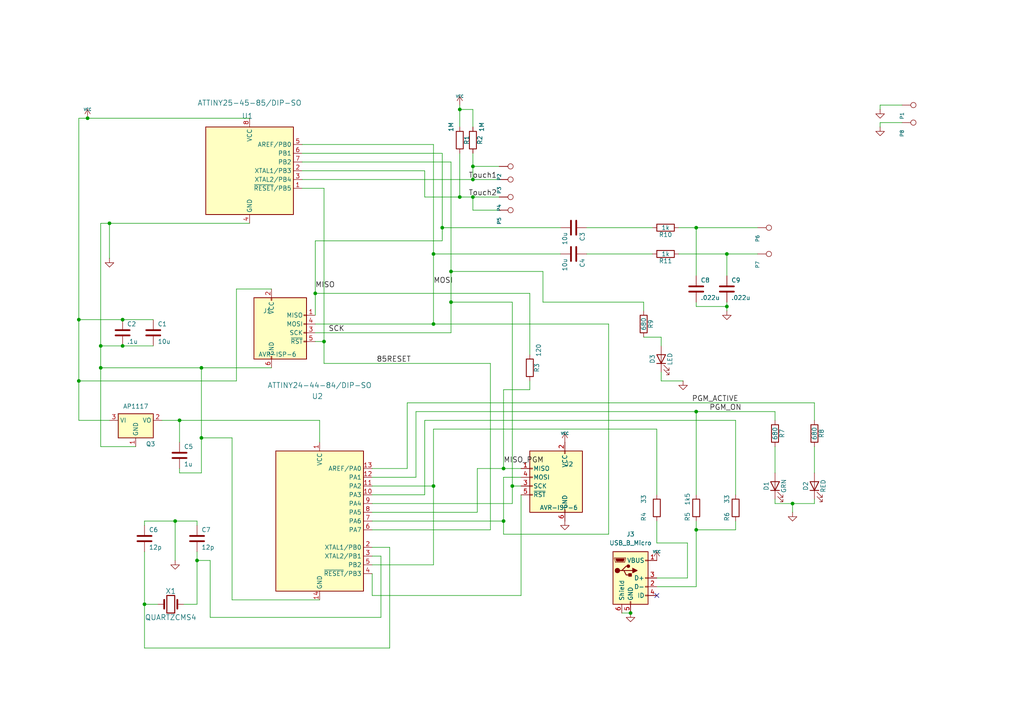
<source format=kicad_sch>
(kicad_sch (version 20231120) (generator "eeschema") (generator_version "8.0")
  (paper "A4")
  (title_block (date "10 dec 2012"))
  (lib_symbols
    (symbol "Connector:AVR-ISP-6" (pin_names (offset 1.016))
      (property "Reference" "J" (at -6.35 11.43 0))
      (property "Value" "AVR-ISP-6" (at 0 11.43 0))
      (symbol "AVR-ISP-6_0_1"
        (rectangle (start -2.667 -6.858) (end -2.413 -7.62))
        (rectangle (start -2.667 10.16) (end -2.413 9.398))
        (rectangle (start 7.62 -2.413) (end 6.858 -2.667))
        (rectangle (start 7.62 0.127) (end 6.858 -0.127))
        (rectangle (start 7.62 2.667) (end 6.858 2.413))
        (rectangle (start 7.62 5.207) (end 6.858 4.953))
        (rectangle (start 7.62 10.16) (end -7.62 -7.62) (stroke (width 0.254)) (fill (type background)))
      )
      (symbol "AVR-ISP-6_1_1"
        (pin passive line (at 10.16 5.08 180) (length 2.54) (name "MISO") (number "1"))
        (pin passive line (at -2.54 12.7 270) (length 2.54) (name "VCC") (number "2"))
        (pin passive line (at 10.16 0 180) (length 2.54) (name "SCK") (number "3"))
        (pin passive line (at 10.16 2.54 180) (length 2.54) (name "MOSI") (number "4"))
        (pin passive line (at 10.16 -2.54 180) (length 2.54) (name "~{RST}") (number "5"))
        (pin passive line (at -2.54 -10.16 90) (length 2.54) (name "GND") (number "6"))
      )
    )
    (symbol "Connector:TestPoint" (pin_numbers hide) (pin_names (offset 0.762) hide)
      (property "Reference" "TP" (at 0 6.858 0))
      (property "Value" "TestPoint" (at 0 5.08 0))
      (symbol "TestPoint_0_1"
        (circle (center 0 3.302) (radius 0.762))
      )
      (symbol "TestPoint_1_1"
        (pin passive line (at 0 0 90) (length 2.54) (name "1") (number "1"))
      )
    )
    (symbol "Connector:USB_B_Micro" (pin_names (offset 1.016))
      (property "Reference" "J" (at -5.08 11.43 0))
      (property "Value" "USB_B_Micro" (at -5.08 8.89 0))
      (symbol "USB_B_Micro_0_1"
        (rectangle (start -5.08 -7.62) (end 5.08 7.62) (stroke (width 0.254)) (fill (type background)))
        (circle (center -3.81 2.159) (radius 0.635) (stroke (width 0.254)) (fill (type outline)))
        (circle (center -0.635 3.429) (radius 0.381) (stroke (width 0.254)) (fill (type outline)))
        (rectangle (start -0.127 -7.62) (end 0.127 -6.858))
        (polyline (pts (xy -1.905 2.159) (xy 0.635 2.159)) (stroke (width 0.254)))
        (polyline (pts (xy -3.175 2.159) (xy -2.54 2.159) (xy -1.27 3.429) (xy -0.635 3.429)) (stroke (width 0.254)))
        (polyline (pts (xy -2.54 2.159) (xy -1.905 2.159) (xy -1.27 0.889) (xy 0 0.889)) (stroke (width 0.254)))
        (polyline (pts (xy 0.635 2.794) (xy 0.635 1.524) (xy 1.905 2.159) (xy 0.635 2.794)) (stroke (width 0.254)) (fill (type outline)))
        (polyline (pts (xy -4.318 5.588) (xy -1.778 5.588) (xy -2.032 4.826) (xy -4.064 4.826) (xy -4.318 5.588)) (fill (type outline)))
        (polyline (pts (xy -4.699 5.842) (xy -4.699 5.588) (xy -4.445 4.826) (xy -4.445 4.572) (xy -1.651 4.572) (xy -1.651 4.826) (xy -1.397 5.588) (xy -1.397 5.842) (xy -4.699 5.842)))
        (rectangle (start 0.254 1.27) (end -0.508 0.508) (stroke (width 0.254)) (fill (type outline)))
        (rectangle (start 5.08 -5.207) (end 4.318 -4.953))
        (rectangle (start 5.08 -2.667) (end 4.318 -2.413))
        (rectangle (start 5.08 -0.127) (end 4.318 0.127))
        (rectangle (start 5.08 4.953) (end 4.318 5.207))
      )
      (symbol "USB_B_Micro_1_1"
        (pin power_out line (at 7.62 5.08 180) (length 2.54) (name "VBUS") (number "1"))
        (pin bidirectional line (at 7.62 -2.54 180) (length 2.54) (name "D-") (number "2"))
        (pin bidirectional line (at 7.62 0 180) (length 2.54) (name "D+") (number "3"))
        (pin passive line (at 7.62 -5.08 180) (length 2.54) (name "ID") (number "4"))
        (pin power_out line (at 0 -10.16 90) (length 2.54) (name "GND") (number "5"))
        (pin passive line (at -2.54 -10.16 90) (length 2.54) (name "Shield") (number "6"))
      )
    )
    (symbol "Device:C" (pin_numbers hide) (pin_names (offset 0.254))
      (property "Reference" "C" (at 0.635 2.54 0))
      (property "Value" "C" (at 0.635 -2.54 0))
      (symbol "C_0_1"
        (polyline (pts (xy -2.032 -0.762) (xy 2.032 -0.762)) (stroke (width 0.508)))
        (polyline (pts (xy -2.032 0.762) (xy 2.032 0.762)) (stroke (width 0.508)))
      )
      (symbol "C_1_1"
        (pin passive line (at 0 3.81 270) (length 2.794) (name "~") (number "1"))
        (pin passive line (at 0 -3.81 90) (length 2.794) (name "~") (number "2"))
      )
    )
    (symbol "Device:Crystal" (pin_numbers hide) (pin_names (offset 1.016) hide)
      (property "Reference" "Y" (at 0 3.81 0))
      (property "Value" "Crystal" (at 0 -3.81 0))
      (symbol "Crystal_0_1"
        (rectangle (start -1.143 2.54) (end 1.143 -2.54) (stroke (width 0.3048)))
        (polyline (pts (xy -2.54 0) (xy -1.905 0)))
        (polyline (pts (xy -1.905 -1.27) (xy -1.905 1.27)) (stroke (width 0.508)))
        (polyline (pts (xy 1.905 -1.27) (xy 1.905 1.27)) (stroke (width 0.508)))
        (polyline (pts (xy 2.54 0) (xy 1.905 0)))
      )
      (symbol "Crystal_1_1"
        (pin passive line (at -3.81 0 0) (length 1.27) (name "1") (number "1"))
        (pin passive line (at 3.81 0 180) (length 1.27) (name "2") (number "2"))
      )
    )
    (symbol "Device:LED" (pin_numbers hide) (pin_names (offset 1.016) hide)
      (property "Reference" "D" (at 0 2.54 0))
      (property "Value" "LED" (at 0 -2.54 0))
      (symbol "LED_0_1"
        (polyline (pts (xy -1.27 -1.27) (xy -1.27 1.27)) (stroke (width 0.254)))
        (polyline (pts (xy -1.27 0) (xy 1.27 0)))
        (polyline (pts (xy 1.27 -1.27) (xy 1.27 1.27) (xy -1.27 0) (xy 1.27 -1.27)) (stroke (width 0.254)))
        (polyline (pts (xy -3.048 -0.762) (xy -4.572 -2.286) (xy -3.81 -2.286) (xy -4.572 -2.286) (xy -4.572 -1.524)))
        (polyline (pts (xy -1.778 -0.762) (xy -3.302 -2.286) (xy -2.54 -2.286) (xy -3.302 -2.286) (xy -3.302 -1.524)))
      )
      (symbol "LED_1_1"
        (pin passive line (at -3.81 0 0) (length 2.54) (name "K") (number "1"))
        (pin passive line (at 3.81 0 180) (length 2.54) (name "A") (number "2"))
      )
    )
    (symbol "Device:R" (pin_numbers hide) (pin_names (offset 0))
      (property "Reference" "R" (at 2.032 0 90))
      (property "Value" "R" (at 0 0 90))
      (symbol "R_0_1"
        (rectangle (start -1.016 -2.54) (end 1.016 2.54) (stroke (width 0.254)))
      )
      (symbol "R_1_1"
        (pin passive line (at 0 3.81 270) (length 1.27) (name "~") (number "1"))
        (pin passive line (at 0 -3.81 90) (length 1.27) (name "~") (number "2"))
      )
    )
    (symbol "MCU_Microchip_ATtiny:ATtiny24-20P"
      (property "Reference" "U" (at -12.7 21.59 0))
      (property "Value" "ATtiny24-20P" (at 2.54 -21.59 0))
      (symbol "ATtiny24-20P_0_1"
        (rectangle (start -12.7 -20.32) (end 12.7 20.32) (stroke (width 0.254)) (fill (type background)))
      )
      (symbol "ATtiny24-20P_1_1"
        (pin power_in line (at 0 22.86 270) (length 2.54) (name "VCC") (number "1"))
        (pin bidirectional line (at 15.24 7.62 180) (length 2.54) (name "PA3") (number "10"))
        (pin bidirectional line (at 15.24 10.16 180) (length 2.54) (name "PA2") (number "11"))
        (pin bidirectional line (at 15.24 12.7 180) (length 2.54) (name "PA1") (number "12"))
        (pin bidirectional line (at 15.24 15.24 180) (length 2.54) (name "AREF/PA0") (number "13"))
        (pin power_in line (at 0 -22.86 90) (length 2.54) (name "GND") (number "14"))
        (pin bidirectional line (at 15.24 -7.62 180) (length 2.54) (name "XTAL1/PB0") (number "2"))
        (pin bidirectional line (at 15.24 -10.16 180) (length 2.54) (name "XTAL2/PB1") (number "3"))
        (pin bidirectional line (at 15.24 -15.24 180) (length 2.54) (name "~{RESET}/PB3") (number "4"))
        (pin bidirectional line (at 15.24 -12.7 180) (length 2.54) (name "PB2") (number "5"))
        (pin bidirectional line (at 15.24 -2.54 180) (length 2.54) (name "PA7") (number "6"))
        (pin bidirectional line (at 15.24 0 180) (length 2.54) (name "PA6") (number "7"))
        (pin bidirectional line (at 15.24 2.54 180) (length 2.54) (name "PA5") (number "8"))
        (pin bidirectional line (at 15.24 5.08 180) (length 2.54) (name "PA4") (number "9"))
      )
    )
    (symbol "MCU_Microchip_ATtiny:ATtiny25-20P"
      (property "Reference" "U" (at -12.7 13.97 0))
      (property "Value" "ATtiny25-20P" (at 2.54 -13.97 0))
      (symbol "ATtiny25-20P_0_1"
        (rectangle (start -12.7 -12.7) (end 12.7 12.7) (stroke (width 0.254)) (fill (type background)))
      )
      (symbol "ATtiny25-20P_1_1"
        (pin bidirectional line (at 15.24 -5.08 180) (length 2.54) (name "~{RESET}/PB5") (number "1"))
        (pin bidirectional line (at 15.24 0 180) (length 2.54) (name "XTAL1/PB3") (number "2"))
        (pin bidirectional line (at 15.24 -2.54 180) (length 2.54) (name "XTAL2/PB4") (number "3"))
        (pin power_in line (at 0 -15.24 90) (length 2.54) (name "GND") (number "4"))
        (pin bidirectional line (at 15.24 7.62 180) (length 2.54) (name "AREF/PB0") (number "5"))
        (pin bidirectional line (at 15.24 5.08 180) (length 2.54) (name "PB1") (number "6"))
        (pin bidirectional line (at 15.24 2.54 180) (length 2.54) (name "PB2") (number "7"))
        (pin power_in line (at 0 15.24 270) (length 2.54) (name "VCC") (number "8"))
      )
    )
    (symbol "Regulator_Linear:AP1117-15"
      (property "Reference" "U" (at -3.81 3.175 0))
      (property "Value" "AP1117-15" (at 0 3.175 0))
      (symbol "AP1117-15_0_1"
        (rectangle (start -5.08 -5.08) (end 5.08 1.905) (stroke (width 0.254)) (fill (type background)))
      )
      (symbol "AP1117-15_1_1"
        (pin power_in line (at 0 -7.62 90) (length 2.54) (name "GND") (number "1"))
        (pin power_out line (at 7.62 0 180) (length 2.54) (name "VO") (number "2"))
        (pin power_in line (at -7.62 0 0) (length 2.54) (name "VI") (number "3"))
      )
    )
    (symbol "power:GND" (power) (pin_numbers hide) (pin_names (offset 0) hide)
      (property "Value" "GND" (at 0 -3.81 0))
      (symbol "GND_0_1"
        (polyline (pts (xy 0 0) (xy 0 -1.27) (xy 1.27 -1.27) (xy 0 -2.54) (xy -1.27 -1.27) (xy 0 -1.27)))
      )
      (symbol "GND_1_1"
        (pin power_in line (at 0 0 270) (length 0) (name "~") (number "1"))
      )
    )
    (symbol "power:VCC" (power) (pin_numbers hide) (pin_names (offset 0) hide)
      (property "Value" "VCC" (at 0 3.556 0))
      (symbol "VCC_0_1"
        (polyline (pts (xy -0.762 1.27) (xy 0 2.54)))
        (polyline (pts (xy 0 0) (xy 0 2.54)))
        (polyline (pts (xy 0 2.54) (xy 0.762 1.27)))
      )
      (symbol "VCC_1_1"
        (pin power_in line (at 0 0 90) (length 0) (name "~") (number "1"))
      )
    )
  )
  (junction (at 58.42 127))
  (junction (at 93.98 99.06))
  (junction (at 29.21 100.33))
  (junction (at 128.27 66.04))
  (junction (at 201.93 66.04))
  (junction (at 31.75 64.77))
  (junction (at 146.05 135.89))
  (junction (at 35.56 100.33))
  (junction (at 148.59 140.97))
  (junction (at 133.35 31.75))
  (junction (at 137.16 52.07))
  (junction (at 137.16 57.15))
  (junction (at 182.88 177.8))
  (junction (at 125.73 93.98))
  (junction (at 210.82 73.66))
  (junction (at 52.07 121.92))
  (junction (at 57.15 162.56))
  (junction (at 201.93 119.38))
  (junction (at 137.16 48.26))
  (junction (at 210.82 88.9))
  (junction (at 201.93 153.67))
  (junction (at 58.42 106.68))
  (junction (at 130.81 87.63))
  (junction (at 133.35 57.15))
  (junction (at 125.73 73.66))
  (junction (at 91.44 85.09))
  (junction (at 50.8 151.13))
  (junction (at 125.73 140.97))
  (junction (at 146.05 151.13))
  (junction (at 130.81 78.74))
  (junction (at 22.86 92.71))
  (junction (at 41.91 175.26))
  (junction (at 35.56 92.71))
  (junction (at 25.4 34.29))
  (junction (at 22.86 110.49))
  (junction (at 29.21 106.68))
  (junction (at 229.87 146.05))
  (no_connect (at 190.5 172.72))
  (wire (pts (xy 170.18 73.66) (xy 189.23 73.66)))
  (wire (pts (xy 196.85 73.66) (xy 210.82 73.66)))
  (wire (pts (xy 151.13 138.43) (xy 146.05 138.43)))
  (wire (pts (xy 146.05 135.89) (xy 146.05 113.03)))
  (wire (pts (xy 58.42 106.68) (xy 58.42 127)))
  (wire (pts (xy 22.86 110.49) (xy 68.58 110.49)))
  (wire (pts (xy 35.56 92.71) (xy 44.45 92.71)))
  (wire (pts (xy 107.95 158.75) (xy 113.03 158.75)))
  (wire (pts (xy 118.11 135.89) (xy 107.95 135.89)))
  (wire (pts (xy 93.98 54.61) (xy 87.63 54.61)))
  (wire (pts (xy 213.36 151.13) (xy 213.36 153.67)))
  (wire (pts (xy 57.15 162.56) (xy 60.96 162.56)))
  (wire (pts (xy 93.98 99.06) (xy 93.98 54.61)))
  (wire (pts (xy 113.03 158.75) (xy 113.03 187.96)))
  (wire (pts (xy 148.59 87.63) (xy 148.59 140.97)))
  (wire (pts (xy 29.21 64.77) (xy 29.21 100.33)))
  (wire (pts (xy 186.69 87.63) (xy 186.69 90.17)))
  (wire (pts (xy 236.22 144.78) (xy 236.22 146.05)))
  (wire (pts (xy 41.91 151.13) (xy 41.91 152.4)))
  (wire (pts (xy 39.37 129.54) (xy 29.21 129.54)))
  (wire (pts (xy 68.58 83.82) (xy 68.58 110.49)))
  (wire (pts (xy 22.86 34.29) (xy 25.4 34.29)))
  (wire (pts (xy 92.71 173.99) (xy 67.31 173.99)))
  (wire (pts (xy 130.81 87.63) (xy 148.59 87.63)))
  (wire (pts (xy 128.27 66.04) (xy 128.27 44.45)))
  (wire (pts (xy 196.85 66.04) (xy 201.93 66.04)))
  (wire (pts (xy 125.73 93.98) (xy 125.73 73.66)))
  (wire (pts (xy 236.22 116.84) (xy 236.22 121.92)))
  (wire (pts (xy 201.93 153.67) (xy 201.93 170.18)))
  (wire (pts (xy 199.39 157.48) (xy 199.39 167.64)))
  (wire (pts (xy 107.95 163.83) (xy 125.73 163.83)))
  (wire (pts (xy 201.93 151.13) (xy 201.93 153.67)))
  (wire (pts (xy 57.15 160.02) (xy 57.15 162.56)))
  (wire (pts (xy 176.53 93.98) (xy 176.53 154.94)))
  (wire (pts (xy 91.44 99.06) (xy 93.98 99.06)))
  (wire (pts (xy 57.15 151.13) (xy 57.15 152.4)))
  (wire (pts (xy 190.5 151.13) (xy 190.5 157.48)))
  (wire (pts (xy 146.05 154.94) (xy 146.05 151.13)))
  (wire (pts (xy 53.34 175.26) (xy 57.15 175.26)))
  (wire (pts (xy 186.69 97.79) (xy 191.77 97.79)))
  (wire (pts (xy 123.19 49.53) (xy 87.63 49.53)))
  (wire (pts (xy 201.93 153.67) (xy 213.36 153.67)))
  (wire (pts (xy 107.95 161.29) (xy 110.49 161.29)))
  (wire (pts (xy 67.31 173.99) (xy 67.31 127)))
  (wire (pts (xy 190.5 124.46) (xy 125.73 124.46)))
  (wire (pts (xy 224.79 146.05) (xy 229.87 146.05)))
  (wire (pts (xy 137.16 31.75) (xy 137.16 36.83)))
  (wire (pts (xy 50.8 151.13) (xy 41.91 151.13)))
  (wire (pts (xy 130.81 46.99) (xy 130.81 78.74)))
  (wire (pts (xy 210.82 87.63) (xy 210.82 88.9)))
  (wire (pts (xy 201.93 170.18) (xy 190.5 170.18)))
  (wire (pts (xy 93.98 99.06) (xy 93.98 105.41)))
  (wire (pts (xy 91.44 96.52) (xy 130.81 96.52)))
  (wire (pts (xy 41.91 175.26) (xy 45.72 175.26)))
  (wire (pts (xy 22.86 34.29) (xy 22.86 92.71)))
  (wire (pts (xy 133.35 44.45) (xy 133.35 57.15)))
  (wire (pts (xy 78.74 83.82) (xy 68.58 83.82)))
  (wire (pts (xy 190.5 167.64) (xy 199.39 167.64)))
  (wire (pts (xy 120.65 119.38) (xy 120.65 138.43)))
  (wire (pts (xy 224.79 119.38) (xy 224.79 121.92)))
  (wire (pts (xy 29.21 100.33) (xy 35.56 100.33)))
  (wire (pts (xy 29.21 100.33) (xy 29.21 106.68)))
  (wire (pts (xy 110.49 179.07) (xy 60.96 179.07)))
  (wire (pts (xy 133.35 31.75) (xy 133.35 36.83)))
  (wire (pts (xy 236.22 129.54) (xy 236.22 137.16)))
  (wire (pts (xy 153.67 85.09) (xy 153.67 102.87)))
  (wire (pts (xy 118.11 116.84) (xy 236.22 116.84)))
  (wire (pts (xy 87.63 52.07) (xy 137.16 52.07)))
  (wire (pts (xy 118.11 116.84) (xy 118.11 135.89)))
  (wire (pts (xy 120.65 119.38) (xy 201.93 119.38)))
  (wire (pts (xy 146.05 154.94) (xy 176.53 154.94)))
  (wire (pts (xy 130.81 96.52) (xy 130.81 87.63)))
  (wire (pts (xy 87.63 41.91) (xy 125.73 41.91)))
  (wire (pts (xy 210.82 88.9) (xy 201.93 88.9)))
  (wire (pts (xy 22.86 92.71) (xy 22.86 110.49)))
  (wire (pts (xy 201.93 119.38) (xy 201.93 143.51)))
  (wire (pts (xy 137.16 60.96) (xy 137.16 57.15)))
  (wire (pts (xy 157.48 87.63) (xy 157.48 78.74)))
  (wire (pts (xy 176.53 93.98) (xy 125.73 93.98)))
  (wire (pts (xy 224.79 119.38) (xy 201.93 119.38)))
  (wire (pts (xy 107.95 143.51) (xy 123.19 143.51)))
  (wire (pts (xy 107.95 172.72) (xy 151.13 172.72)))
  (wire (pts (xy 29.21 129.54) (xy 29.21 106.68)))
  (wire (pts (xy 210.82 90.17) (xy 210.82 88.9)))
  (wire (pts (xy 137.16 52.07) (xy 144.78 52.07)))
  (wire (pts (xy 133.35 31.75) (xy 137.16 31.75)))
  (wire (pts (xy 137.16 48.26) (xy 137.16 52.07)))
  (wire (pts (xy 41.91 175.26) (xy 41.91 187.96)))
  (wire (pts (xy 130.81 87.63) (xy 130.81 78.74)))
  (wire (pts (xy 137.16 57.15) (xy 144.78 57.15)))
  (wire (pts (xy 186.69 87.63) (xy 157.48 87.63)))
  (wire (pts (xy 31.75 64.77) (xy 31.75 74.93)))
  (wire (pts (xy 92.71 128.27) (xy 92.71 121.92)))
  (wire (pts (xy 107.95 151.13) (xy 146.05 151.13)))
  (wire (pts (xy 35.56 100.33) (xy 44.45 100.33)))
  (wire (pts (xy 58.42 137.16) (xy 52.07 137.16)))
  (wire (pts (xy 201.93 66.04) (xy 219.71 66.04)))
  (wire (pts (xy 255.27 30.48) (xy 255.27 31.75)))
  (wire (pts (xy 153.67 110.49) (xy 153.67 113.03)))
  (wire (pts (xy 153.67 85.09) (xy 91.44 85.09)))
  (wire (pts (xy 142.24 105.41) (xy 142.24 153.67)))
  (wire (pts (xy 191.77 97.79) (xy 191.77 100.33)))
  (wire (pts (xy 50.8 162.56) (xy 50.8 151.13)))
  (wire (pts (xy 91.44 93.98) (xy 125.73 93.98)))
  (wire (pts (xy 170.18 66.04) (xy 189.23 66.04)))
  (wire (pts (xy 52.07 121.92) (xy 92.71 121.92)))
  (wire (pts (xy 133.35 31.75) (xy 133.35 30.48)))
  (wire (pts (xy 255.27 35.56) (xy 261.62 35.56)))
  (wire (pts (xy 128.27 66.04) (xy 162.56 66.04)))
  (wire (pts (xy 107.95 172.72) (xy 107.95 166.37)))
  (wire (pts (xy 255.27 36.83) (xy 255.27 35.56)))
  (wire (pts (xy 57.15 162.56) (xy 57.15 175.26)))
  (wire (pts (xy 91.44 69.85) (xy 128.27 69.85)))
  (wire (pts (xy 201.93 66.04) (xy 201.93 80.01)))
  (wire (pts (xy 229.87 146.05) (xy 236.22 146.05)))
  (wire (pts (xy 31.75 121.92) (xy 22.86 121.92)))
  (wire (pts (xy 58.42 127) (xy 58.42 137.16)))
  (wire (pts (xy 57.15 151.13) (xy 50.8 151.13)))
  (wire (pts (xy 123.19 57.15) (xy 123.19 49.53)))
  (wire (pts (xy 199.39 157.48) (xy 190.5 157.48)))
  (wire (pts (xy 31.75 64.77) (xy 72.39 64.77)))
  (wire (pts (xy 157.48 78.74) (xy 130.81 78.74)))
  (wire (pts (xy 210.82 73.66) (xy 210.82 80.01)))
  (wire (pts (xy 148.59 140.97) (xy 148.59 146.05)))
  (wire (pts (xy 125.73 41.91) (xy 125.73 73.66)))
  (wire (pts (xy 29.21 106.68) (xy 58.42 106.68)))
  (wire (pts (xy 87.63 44.45) (xy 128.27 44.45)))
  (wire (pts (xy 125.73 73.66) (xy 162.56 73.66)))
  (wire (pts (xy 107.95 140.97) (xy 125.73 140.97)))
  (wire (pts (xy 133.35 57.15) (xy 137.16 57.15)))
  (wire (pts (xy 224.79 129.54) (xy 224.79 137.16)))
  (wire (pts (xy 137.16 44.45) (xy 137.16 48.26)))
  (wire (pts (xy 125.73 124.46) (xy 125.73 140.97)))
  (wire (pts (xy 128.27 69.85) (xy 128.27 66.04)))
  (wire (pts (xy 107.95 148.59) (xy 138.43 148.59)))
  (wire (pts (xy 22.86 110.49) (xy 22.86 121.92)))
  (wire (pts (xy 29.21 64.77) (xy 31.75 64.77)))
  (wire (pts (xy 125.73 163.83) (xy 125.73 140.97)))
  (wire (pts (xy 52.07 121.92) (xy 52.07 128.27)))
  (wire (pts (xy 210.82 73.66) (xy 219.71 73.66)))
  (wire (pts (xy 52.07 135.89) (xy 52.07 137.16)))
  (wire (pts (xy 91.44 85.09) (xy 91.44 91.44)))
  (wire (pts (xy 22.86 92.71) (xy 35.56 92.71)))
  (wire (pts (xy 138.43 135.89) (xy 138.43 148.59)))
  (wire (pts (xy 107.95 146.05) (xy 148.59 146.05)))
  (wire (pts (xy 213.36 121.92) (xy 213.36 143.51)))
  (wire (pts (xy 224.79 144.78) (xy 224.79 146.05)))
  (wire (pts (xy 87.63 46.99) (xy 130.81 46.99)))
  (wire (pts (xy 146.05 135.89) (xy 151.13 135.89)))
  (wire (pts (xy 123.19 57.15) (xy 133.35 57.15)))
  (wire (pts (xy 213.36 121.92) (xy 123.19 121.92)))
  (wire (pts (xy 201.93 87.63) (xy 201.93 88.9)))
  (wire (pts (xy 229.87 148.59) (xy 229.87 146.05)))
  (wire (pts (xy 151.13 143.51) (xy 151.13 172.72)))
  (wire (pts (xy 148.59 140.97) (xy 151.13 140.97)))
  (wire (pts (xy 46.99 121.92) (xy 52.07 121.92)))
  (wire (pts (xy 146.05 138.43) (xy 146.05 151.13)))
  (wire (pts (xy 138.43 135.89) (xy 146.05 135.89)))
  (wire (pts (xy 110.49 161.29) (xy 110.49 179.07)))
  (wire (pts (xy 41.91 160.02) (xy 41.91 175.26)))
  (wire (pts (xy 255.27 30.48) (xy 261.62 30.48)))
  (wire (pts (xy 120.65 138.43) (xy 107.95 138.43)))
  (wire (pts (xy 91.44 85.09) (xy 91.44 69.85)))
  (wire (pts (xy 93.98 105.41) (xy 142.24 105.41)))
  (wire (pts (xy 107.95 153.67) (xy 142.24 153.67)))
  (wire (pts (xy 58.42 106.68) (xy 78.74 106.68)))
  (wire (pts (xy 72.39 34.29) (xy 25.4 34.29)))
  (wire (pts (xy 137.16 60.96) (xy 144.78 60.96)))
  (wire (pts (xy 60.96 179.07) (xy 60.96 162.56)))
  (wire (pts (xy 191.77 110.49) (xy 198.12 110.49)))
  (wire (pts (xy 180.34 177.8) (xy 182.88 177.8)))
  (wire (pts (xy 137.16 48.26) (xy 144.78 48.26)))
  (wire (pts (xy 191.77 107.95) (xy 191.77 110.49)))
  (wire (pts (xy 41.91 187.96) (xy 113.03 187.96)))
  (wire (pts (xy 123.19 121.92) (xy 123.19 143.51)))
  (wire (pts (xy 190.5 124.46) (xy 190.5 143.51)))
  (wire (pts (xy 146.05 113.03) (xy 153.67 113.03)))
  (wire (pts (xy 58.42 127) (xy 67.31 127)))
  (label "MOSI" (at 125.73 82.55 0) (effects (font (size 1.524 1.524))))
  (label "85RESET" (at 109.22 105.41 0) (effects (font (size 1.524 1.524))))
  (label "PGM_ACTIVE" (at 200.66 116.84 0) (effects (font (size 1.524 1.524))))
  (label "MISO" (at 91.44 83.82 0) (effects (font (size 1.524 1.524))))
  (label "MISO_PGM" (at 146.05 134.62 0) (effects (font (size 1.524 1.524))))
  (label "PGM_ON" (at 205.74 119.38 0) (effects (font (size 1.524 1.524))))
  (label "Touch2" (at 135.89 57.15 0) (effects (font (size 1.524 1.524))))
  (label "SCK" (at 95.25 96.52 0) (effects (font (size 1.524 1.524))))
  (label "Touch1" (at 135.89 52.07 0) (effects (font (size 1.524 1.524))))
  (symbol (lib_id "Connector:AVR-ISP-6") (at 81.28 96.52 0) (unit 1)
    (property "Reference" "J1" (at 77.47 90.17 0))
    (property "Value" "AVR-ISP-6" (at 74.93 103.505 0) (effects (justify left bottom)))
    (property "Footprint" "Connector_PinHeader_2.54mm:PinHeader_2x03_P2.54mm_Vertical" (effects (hide yes)))
    (property "Description" "Atmel 6-pin ISP connector" (effects (hide yes)))
  )
  (symbol (lib_id "MCU_Microchip_ATtiny:ATtiny25-20P") (at 72.39 49.53 0) (unit 1)
    (property "Reference" "U1" (at 71.755 33.655 0) (effects (font (size 1.524 1.524))))
    (property "Value" "ATTINY25-45-85/DIP-SO" (at 72.39 29.845 0) (effects (font (size 1.524 1.524))))
    (property "Footprint" "Package_SO:SOIC-8_3.9x4.9mm_P1.27mm" (effects (hide yes)))
    (property "Datasheet" "http://ww1.microchip.com/downloads/en/DeviceDoc/atmel-2586-avr-8-bit-microcontroller-attiny25-attiny45-attiny85_datasheet.pdf" (effects (hide yes)))
    (property "Description" "20MHz, 2kB Flash, 128B SRAM, 128B EEPROM, debugWIRE, DIP-8" (effects (hide yes)))
  )
  (symbol (lib_id "Connector:TestPoint") (at 261.62 30.48 270) (unit 1)
    (property "Reference" "P1" (at 261.62 32.512 0) (effects (font (size 1.016 1.016)) (justify left)))
    (property "Value" "CONN_1" (effects (hide yes)))
    (property "Footprint" "1PIN" (effects (hide yes)))
    (property "Description" "test point" (effects (hide yes)))
  )
  (symbol (lib_id "power:GND") (at 255.27 31.75 0) (unit 1)
    (property "Reference" "#PWR013" (effects (hide yes)))
    (property "Value" "GND" (effects (hide yes)))
    (property "Description" "Power symbol creates a global label with name \"GND\" , ground" (effects (hide yes)))
  )
  (symbol (lib_id "power:GND") (at 31.75 74.93 0) (unit 1)
    (property "Reference" "#PWR012" (effects (hide yes)))
    (property "Value" "GND" (effects (hide yes)))
    (property "Description" "Power symbol creates a global label with name \"GND\" , ground" (effects (hide yes)))
  )
  (symbol (lib_id "power:VCC") (at 25.4 34.29 0) (unit 1)
    (property "Reference" "#PWR011" (effects (hide yes)))
    (property "Value" "VCC" (at 25.4 31.75 0) (effects (font (size 0.762 0.762))))
    (property "Description" "Power symbol creates a global label with name \"VCC\"" (effects (hide yes)))
  )
  (symbol (lib_id "Connector:TestPoint") (at 144.78 52.07 270) (unit 1)
    (property "Reference" "P3" (at 144.78 54.102 0) (effects (font (size 1.016 1.016)) (justify left)))
    (property "Value" "CONN_1" (effects (hide yes)))
    (property "Footprint" "Pad1" (effects (hide yes)))
    (property "Description" "test point" (effects (hide yes)))
  )
  (symbol (lib_id "Connector:TestPoint") (at 144.78 48.26 270) (unit 1)
    (property "Reference" "P2" (at 144.78 50.292 0) (effects (font (size 1.016 1.016)) (justify left)))
    (property "Value" "CONN_1" (effects (hide yes)))
    (property "Footprint" "Pad1" (effects (hide yes)))
    (property "Description" "test point" (effects (hide yes)))
  )
  (symbol (lib_id "Connector:TestPoint") (at 144.78 57.15 270) (unit 1)
    (property "Reference" "P4" (at 144.78 59.182 0) (effects (font (size 1.016 1.016)) (justify left)))
    (property "Value" "CONN_1" (effects (hide yes)))
    (property "Footprint" "Pad1" (effects (hide yes)))
    (property "Description" "test point" (effects (hide yes)))
  )
  (symbol (lib_id "Connector:TestPoint") (at 144.78 60.96 270) (unit 1)
    (property "Reference" "P5" (at 144.78 62.992 0) (effects (font (size 1.016 1.016)) (justify left)))
    (property "Value" "CONN_1" (effects (hide yes)))
    (property "Footprint" "Pad1" (effects (hide yes)))
    (property "Description" "test point" (effects (hide yes)))
  )
  (symbol (lib_id "MCU_Microchip_ATtiny:ATtiny24-20P") (at 92.71 151.13 0) (unit 1)
    (property "Reference" "U2" (at 92.075 114.935 0) (effects (font (size 1.524 1.524))))
    (property "Value" "ATTINY24-44-84/DIP-SO" (at 92.71 111.76 0) (effects (font (size 1.524 1.524))))
    (property "Footprint" "Package_SO:SOIC-14_3.9x8.7mm_P1.27mm" (effects (hide yes)))
    (property "Datasheet" "http://ww1.microchip.com/downloads/en/DeviceDoc/doc8006.pdf" (effects (hide yes)))
    (property "Description" "20MHz, 2kB Flash, 128B SRAM, 128B EEPROM, debugWIRE, DIP-14" (effects (hide yes)))
  )
  (symbol (lib_id "Device:Crystal") (at 49.53 175.26 0) (unit 1)
    (property "Reference" "X1" (at 49.53 171.45 0) (effects (font (size 1.524 1.524))))
    (property "Value" "QUARTZCMS4" (at 49.53 179.07 0) (effects (font (size 1.524 1.524))))
    (property "Footprint" "Crystal:Crystal_SMD_1210-4Pin_1.2x1.0mm" (effects (hide yes)))
    (property "Description" "Two pin crystal" (effects (hide yes)))
  )
  (symbol (lib_id "Connector:AVR-ISP-6") (at 161.29 140.97 0) (mirror y) (unit 1)
    (property "Reference" "J2" (at 165.1 134.62 0))
    (property "Value" "AVR-ISP-6" (at 167.64 147.955 0) (effects (justify left bottom)))
    (property "Footprint" "Connector_PinHeader_2.54mm:PinHeader_2x03_P2.54mm_Vertical" (effects (hide yes)))
    (property "Description" "Atmel 6-pin ISP connector" (effects (hide yes)))
  )
  (symbol (lib_id "power:GND") (at 163.83 151.13 0) (unit 1)
    (property "Reference" "#PWR010" (effects (hide yes)))
    (property "Value" "GND" (effects (hide yes)))
    (property "Description" "Power symbol creates a global label with name \"GND\" , ground" (effects (hide yes)))
  )
  (symbol (lib_id "power:VCC") (at 163.83 128.27 0) (unit 1)
    (property "Reference" "#PWR09" (effects (hide yes)))
    (property "Value" "VCC" (at 163.83 125.73 0) (effects (font (size 0.762 0.762))))
    (property "Description" "Power symbol creates a global label with name \"VCC\"" (effects (hide yes)))
  )
  (symbol (lib_id "Device:R") (at 137.16 40.64 0) (unit 1)
    (property "Reference" "R2" (at 139.192 40.64 90))
    (property "Value" "1M" (at 139.7 36.83 90))
    (property "Footprint" "Resistor_SMD:R_1206_3216Metric" (effects (hide yes)))
  )
  (symbol (lib_id "Device:R") (at 133.35 40.64 0) (unit 1)
    (property "Reference" "R1" (at 135.382 40.64 90))
    (property "Value" "1M" (at 130.81 36.83 90))
    (property "Footprint" "Resistor_SMD:R_1206_3216Metric" (effects (hide yes)))
  )
  (symbol (lib_id "Device:R") (at 153.67 106.68 0) (unit 1)
    (property "Reference" "R3" (at 155.702 106.68 90))
    (property "Value" "120" (at 156.21 101.6 90))
    (property "Footprint" "Resistor_SMD:R_1206_3216Metric" (effects (hide yes)))
  )
  (symbol (lib_id "Device:R") (at 190.5 147.32 0) (unit 1)
    (property "Reference" "R4" (at 186.69 149.86 90))
    (property "Value" "33" (at 186.69 144.78 90))
    (property "Footprint" "Resistor_SMD:R_1206_3216Metric" (effects (hide yes)))
    (property "Description" "Resistor" (effects (hide yes)))
  )
  (symbol (lib_id "Device:R") (at 201.93 147.32 0) (unit 1)
    (property "Reference" "R5" (at 199.39 149.86 90))
    (property "Value" "1k5" (at 199.39 144.78 90))
    (property "Footprint" "Resistor_SMD:R_1206_3216Metric" (effects (hide yes)))
    (property "Description" "Resistor" (effects (hide yes)))
  )
  (symbol (lib_id "Device:R") (at 213.36 147.32 0) (unit 1)
    (property "Reference" "R6" (at 210.82 149.86 90))
    (property "Value" "33" (at 210.82 144.78 90))
    (property "Footprint" "Resistor_SMD:R_1206_3216Metric" (effects (hide yes)))
  )
  (symbol (lib_id "power:VCC") (at 133.35 30.48 0) (unit 1)
    (property "Reference" "#PWR08" (effects (hide yes)))
    (property "Value" "VCC" (at 133.35 27.94 0) (effects (font (size 0.762 0.762))))
    (property "Description" "Power symbol creates a global label with name \"VCC\"" (effects (hide yes)))
  )
  (symbol (lib_id "Device:C") (at 35.56 96.52 0) (unit 1)
    (property "Reference" "C2" (at 36.83 93.98 0) (effects (justify left)))
    (property "Value" ".1u" (at 36.83 99.06 0) (effects (justify left)))
    (property "Footprint" "Capacitor_SMD:C_1206_3216Metric" (effects (hide yes)))
    (property "Description" "Unpolarized capacitor" (effects (hide yes)))
  )
  (symbol (lib_id "Device:C") (at 44.45 96.52 0) (unit 1)
    (property "Reference" "C1" (at 45.72 93.98 0) (effects (justify left)))
    (property "Value" "10u" (at 45.72 99.06 0) (effects (justify left)))
    (property "Footprint" "Capacitor_SMD:C_1206_3216Metric" (effects (hide yes)))
    (property "Description" "Unpolarized capacitor" (effects (hide yes)))
  )
  (symbol (lib_id "Device:C") (at 166.37 66.04 270) (unit 1)
    (property "Reference" "C3" (at 168.91 67.31 0) (effects (justify left)))
    (property "Value" "10u" (at 163.83 67.31 0) (effects (justify left)))
    (property "Footprint" "Capacitor_SMD:C_1206_3216Metric" (effects (hide yes)))
    (property "Description" "Unpolarized capacitor" (effects (hide yes)))
  )
  (symbol (lib_id "Device:C") (at 166.37 73.66 270) (unit 1)
    (property "Reference" "C4" (at 168.91 74.93 0) (effects (justify left)))
    (property "Value" "10u" (at 163.83 74.93 0) (effects (justify left)))
    (property "Footprint" "Capacitor_SMD:C_1206_3216Metric" (effects (hide yes)))
    (property "Description" "Unpolarized capacitor" (effects (hide yes)))
  )
  (symbol (lib_id "Connector:TestPoint") (at 219.71 73.66 270) (unit 1)
    (property "Reference" "P7" (at 219.71 75.692 0) (effects (font (size 1.016 1.016)) (justify left)))
    (property "Value" "CONN_1" (effects (hide yes)))
    (property "Footprint" "1PIN" (effects (hide yes)))
    (property "Description" "test point" (effects (hide yes)))
  )
  (symbol (lib_id "Connector:TestPoint") (at 219.71 66.04 270) (unit 1)
    (property "Reference" "P6" (at 219.71 68.072 0) (effects (font (size 1.016 1.016)) (justify left)))
    (property "Value" "CONN_1" (effects (hide yes)))
    (property "Footprint" "1PIN" (effects (hide yes)))
    (property "Description" "test point" (effects (hide yes)))
  )
  (symbol (lib_id "Device:R") (at 224.79 125.73 0) (unit 1)
    (property "Reference" "R7" (at 226.822 125.73 90))
    (property "Value" "680" (at 224.79 125.73 90))
    (property "Footprint" "Resistor_SMD:R_1206_3216Metric" (effects (hide yes)))
  )
  (symbol (lib_id "Device:R") (at 236.22 125.73 0) (unit 1)
    (property "Reference" "R8" (at 238.252 125.73 90))
    (property "Value" "680" (at 236.22 125.73 90))
    (property "Footprint" "Resistor_SMD:R_1206_3216Metric" (effects (hide yes)))
  )
  (symbol (lib_id "Device:LED") (at 224.79 140.97 90) (unit 1)
    (property "Reference" "D1" (at 222.25 140.97 0))
    (property "Value" "GRN" (at 227.33 140.97 0))
    (property "Footprint" "Diode_SMD:D_1206_3216Metric" (effects (hide yes)))
    (property "Description" "Light emitting diode" (effects (hide yes)))
  )
  (symbol (lib_id "Device:LED") (at 236.22 140.97 90) (unit 1)
    (property "Reference" "D2" (at 233.68 140.97 0))
    (property "Value" "RED" (at 238.76 140.97 0))
    (property "Footprint" "Diode_SMD:D_1206_3216Metric" (effects (hide yes)))
    (property "Description" "Light emitting diode" (effects (hide yes)))
  )
  (symbol (lib_id "power:GND") (at 229.87 148.59 0) (unit 1)
    (property "Reference" "#PWR07" (effects (hide yes)))
    (property "Value" "GND" (effects (hide yes)))
    (property "Description" "Power symbol creates a global label with name \"GND\" , ground" (effects (hide yes)))
  )
  (symbol (lib_id "Device:R") (at 186.69 93.98 0) (unit 1)
    (property "Reference" "R9" (at 188.722 93.98 90))
    (property "Value" "680" (at 186.69 93.98 90))
    (property "Footprint" "Resistor_SMD:R_1206_3216Metric" (effects (hide yes)))
  )
  (symbol (lib_id "Device:LED") (at 191.77 104.14 90) (unit 1)
    (property "Reference" "D3" (at 189.23 104.14 0))
    (property "Value" "LED" (at 194.31 104.14 0))
    (property "Footprint" "Diode_SMD:D_1206_3216Metric" (effects (hide yes)))
    (property "Description" "Light emitting diode" (effects (hide yes)))
  )
  (symbol (lib_id "power:GND") (at 198.12 110.49 0) (unit 1)
    (property "Reference" "#PWR06" (effects (hide yes)))
    (property "Value" "GND" (effects (hide yes)))
    (property "Description" "Power symbol creates a global label with name \"GND\" , ground" (effects (hide yes)))
  )
  (symbol (lib_id "power:VCC") (at 190.5 162.56 0) (unit 1)
    (property "Reference" "#PWR05" (effects (hide yes)))
    (property "Value" "VCC" (at 190.5 160.02 0) (effects (font (size 0.762 0.762))))
    (property "Description" "Power symbol creates a global label with name \"VCC\"" (effects (hide yes)))
  )
  (symbol (lib_id "power:GND") (at 182.88 177.8 0) (unit 1)
    (property "Reference" "#PWR04" (effects (hide yes)))
    (property "Value" "GND" (effects (hide yes)))
    (property "Description" "Power symbol creates a global label with name \"GND\" , ground" (effects (hide yes)))
  )
  (symbol (lib_id "Regulator_Linear:AP1117-15") (at 39.37 121.92 0) (unit 1)
    (property "Reference" "Q3" (at 43.688 128.778 0))
    (property "Value" "AP1117" (at 39.37 117.856 0))
    (property "Footprint" "Package_TO_SOT_SMD:SOT-223-3_TabPin2" (effects (hide yes)))
    (property "Datasheet" "http://www.diodes.com/datasheets/AP1117.pdf" (effects (hide yes)))
    (property "Description" "1A Low Dropout regulator, positive, 1.5V fixed output, SOT-223" (effects (hide yes)))
  )
  (symbol (lib_id "Device:C") (at 52.07 132.08 0) (unit 1)
    (property "Reference" "C5" (at 53.34 129.54 0) (effects (justify left)))
    (property "Value" "1u" (at 53.34 134.62 0) (effects (justify left)))
    (property "Footprint" "Capacitor_SMD:C_1206_3216Metric" (effects (hide yes)))
    (property "Description" "Unpolarized capacitor" (effects (hide yes)))
  )
  (symbol (lib_id "Device:C") (at 41.91 156.21 0) (unit 1)
    (property "Reference" "C6" (at 43.18 153.67 0) (effects (justify left)))
    (property "Value" "12p" (at 43.18 158.75 0) (effects (justify left)))
    (property "Footprint" "Capacitor_SMD:C_1206_3216Metric" (effects (hide yes)))
    (property "Description" "Unpolarized capacitor" (effects (hide yes)))
  )
  (symbol (lib_id "Device:C") (at 57.15 156.21 0) (unit 1)
    (property "Reference" "C7" (at 58.42 153.67 0) (effects (justify left)))
    (property "Value" "12p" (at 58.42 158.75 0) (effects (justify left)))
    (property "Footprint" "Capacitor_SMD:C_1206_3216Metric" (effects (hide yes)))
    (property "Description" "Unpolarized capacitor" (effects (hide yes)))
  )
  (symbol (lib_id "power:GND") (at 50.8 162.56 0) (unit 1)
    (property "Reference" "#PWR03" (effects (hide yes)))
    (property "Value" "GND" (effects (hide yes)))
    (property "Description" "Power symbol creates a global label with name \"GND\" , ground" (effects (hide yes)))
  )
  (symbol (lib_id "Device:R") (at 193.04 66.04 270) (unit 1)
    (property "Reference" "R10" (at 193.04 68.072 90))
    (property "Value" "1k" (at 193.04 66.04 90))
    (property "Footprint" "Resistor_SMD:R_1206_3216Metric" (effects (hide yes)))
  )
  (symbol (lib_id "Device:R") (at 193.04 73.66 270) (unit 1)
    (property "Reference" "R11" (at 193.04 75.692 90))
    (property "Value" "1k" (at 193.04 73.66 90))
    (property "Footprint" "Resistor_SMD:R_1206_3216Metric" (effects (hide yes)))
  )
  (symbol (lib_id "Device:C") (at 210.82 83.82 0) (unit 1)
    (property "Reference" "C9" (at 212.09 81.28 0) (effects (justify left)))
    (property "Value" ".022u" (at 212.09 86.36 0) (effects (justify left)))
    (property "Footprint" "Capacitor_SMD:C_1206_3216Metric" (effects (hide yes)))
    (property "Description" "Unpolarized capacitor" (effects (hide yes)))
  )
  (symbol (lib_id "Device:C") (at 201.93 83.82 0) (unit 1)
    (property "Reference" "C8" (at 203.2 81.28 0) (effects (justify left)))
    (property "Value" ".022u" (at 203.2 86.36 0) (effects (justify left)))
    (property "Footprint" "Capacitor_SMD:C_1206_3216Metric" (effects (hide yes)))
    (property "Description" "Unpolarized capacitor" (effects (hide yes)))
  )
  (symbol (lib_id "power:GND") (at 210.82 90.17 0) (unit 1)
    (property "Reference" "#PWR02" (effects (hide yes)))
    (property "Value" "GND" (effects (hide yes)))
    (property "Description" "Power symbol creates a global label with name \"GND\" , ground" (effects (hide yes)))
  )
  (symbol (lib_id "power:GND") (at 255.27 36.83 0) (unit 1)
    (property "Reference" "#PWR01" (effects (hide yes)))
    (property "Value" "GND" (effects (hide yes)))
    (property "Description" "Power symbol creates a global label with name \"GND\" , ground" (effects (hide yes)))
  )
  (symbol (lib_id "Connector:TestPoint") (at 261.62 35.56 270) (unit 1)
    (property "Reference" "P8" (at 261.62 37.592 0) (effects (font (size 1.016 1.016)) (justify left)))
    (property "Value" "CONN_1" (effects (hide yes)))
    (property "Footprint" "1PIN" (effects (hide yes)))
    (property "Description" "test point" (effects (hide yes)))
  )
  (symbol (lib_id "Connector:USB_B_Micro") (at 182.88 167.64 0) (unit 1)
    (property "Reference" "J3" (at 182.88 154.94 0))
    (property "Value" "USB_B_Micro" (at 182.88 157.48 0))
    (property "Footprint" "Connector_USB:USB_Micro-B_Amphenol_10118193-0001LF_Horizontal" (effects (hide yes)))
    (property "Description" "USB Micro Type B connector" (effects (hide yes)))
  )
)
</source>
